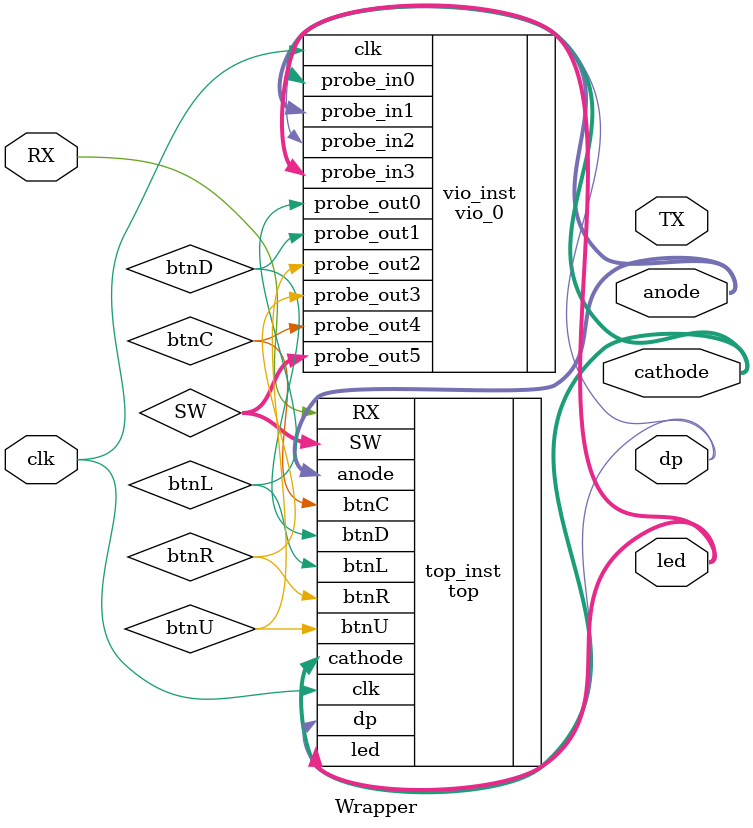
<source format=v>
/*
  Template wrapper file for NUS labs:
  Might need some slight modifications based on top file
 */

module Wrapper(
  input clk,
  input RX,
  output TX,
  output [15:0] led,
  output dp,
  output [7:0] anode, // anode for basys only has 4 to use
  output [6:0] cathode
);

wire btnL, btnD, btnU, btnR, btnC;
wire [15:0] SW;

vio_0
vio_inst (
  .clk(clk),
  .probe_in0(cathode),
  .probe_in1(anode),
  .probe_in2(dp),
  .probe_in3(led),

  .probe_out0(btnL),
  .probe_out1(btnD),
  .probe_out2(btnU),
  .probe_out3(btnR),
  .probe_out4(btnC),
  .probe_out5(SW)
);

top
top_inst (
  .clk(clk),

  .btnL(btnL),
  .btnD(btnD),
  .btnU(btnU),
  .btnR(btnR),
  .btnC(btnC),
  .SW(SW),
  .RX(RX),

  .cathode(cathode),
  .anode(anode),
  .dp(dp),
  .led(led)
);

endmodule

</source>
